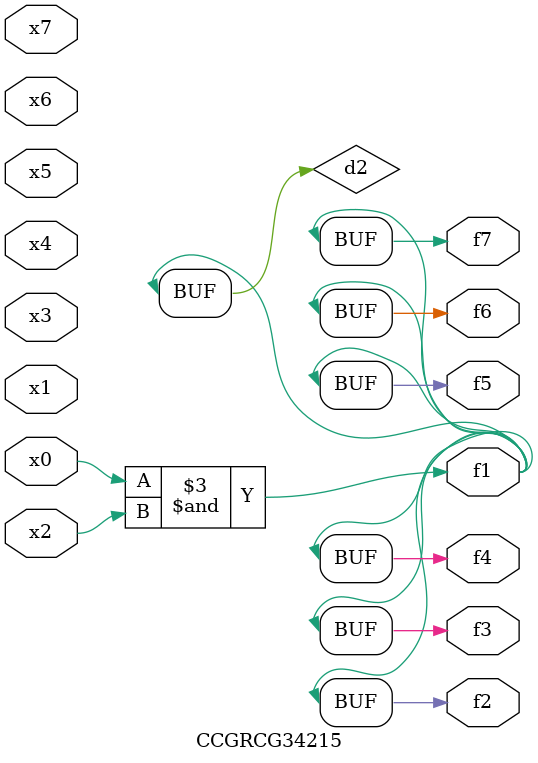
<source format=v>
module CCGRCG34215(
	input x0, x1, x2, x3, x4, x5, x6, x7,
	output f1, f2, f3, f4, f5, f6, f7
);

	wire d1, d2;

	nor (d1, x3, x6);
	and (d2, x0, x2);
	assign f1 = d2;
	assign f2 = d2;
	assign f3 = d2;
	assign f4 = d2;
	assign f5 = d2;
	assign f6 = d2;
	assign f7 = d2;
endmodule

</source>
